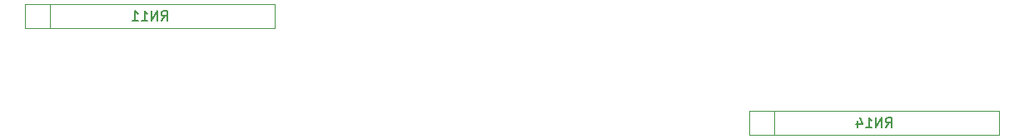
<source format=gbr>
G04 #@! TF.GenerationSoftware,KiCad,Pcbnew,7.0.9*
G04 #@! TF.CreationDate,2024-04-03T04:21:05-05:00*
G04 #@! TF.ProjectId,DG Nova CPU Tester,4447204e-6f76-4612-9043-505520546573,Rev 0*
G04 #@! TF.SameCoordinates,Original*
G04 #@! TF.FileFunction,AssemblyDrawing,Bot*
%FSLAX46Y46*%
G04 Gerber Fmt 4.6, Leading zero omitted, Abs format (unit mm)*
G04 Created by KiCad (PCBNEW 7.0.9) date 2024-04-03 04:21:05*
%MOMM*%
%LPD*%
G01*
G04 APERTURE LIST*
%ADD10C,0.150000*%
%ADD11C,0.100000*%
G04 APERTURE END LIST*
D10*
X223421666Y-28267819D02*
X223754999Y-27791628D01*
X223993094Y-28267819D02*
X223993094Y-27267819D01*
X223993094Y-27267819D02*
X223612142Y-27267819D01*
X223612142Y-27267819D02*
X223516904Y-27315438D01*
X223516904Y-27315438D02*
X223469285Y-27363057D01*
X223469285Y-27363057D02*
X223421666Y-27458295D01*
X223421666Y-27458295D02*
X223421666Y-27601152D01*
X223421666Y-27601152D02*
X223469285Y-27696390D01*
X223469285Y-27696390D02*
X223516904Y-27744009D01*
X223516904Y-27744009D02*
X223612142Y-27791628D01*
X223612142Y-27791628D02*
X223993094Y-27791628D01*
X222993094Y-28267819D02*
X222993094Y-27267819D01*
X222993094Y-27267819D02*
X222421666Y-28267819D01*
X222421666Y-28267819D02*
X222421666Y-27267819D01*
X221421666Y-28267819D02*
X221993094Y-28267819D01*
X221707380Y-28267819D02*
X221707380Y-27267819D01*
X221707380Y-27267819D02*
X221802618Y-27410676D01*
X221802618Y-27410676D02*
X221897856Y-27505914D01*
X221897856Y-27505914D02*
X221993094Y-27553533D01*
X220469285Y-28267819D02*
X221040713Y-28267819D01*
X220754999Y-28267819D02*
X220754999Y-27267819D01*
X220754999Y-27267819D02*
X220850237Y-27410676D01*
X220850237Y-27410676D02*
X220945475Y-27505914D01*
X220945475Y-27505914D02*
X221040713Y-27553533D01*
X297076666Y-39189819D02*
X297409999Y-38713628D01*
X297648094Y-39189819D02*
X297648094Y-38189819D01*
X297648094Y-38189819D02*
X297267142Y-38189819D01*
X297267142Y-38189819D02*
X297171904Y-38237438D01*
X297171904Y-38237438D02*
X297124285Y-38285057D01*
X297124285Y-38285057D02*
X297076666Y-38380295D01*
X297076666Y-38380295D02*
X297076666Y-38523152D01*
X297076666Y-38523152D02*
X297124285Y-38618390D01*
X297124285Y-38618390D02*
X297171904Y-38666009D01*
X297171904Y-38666009D02*
X297267142Y-38713628D01*
X297267142Y-38713628D02*
X297648094Y-38713628D01*
X296648094Y-39189819D02*
X296648094Y-38189819D01*
X296648094Y-38189819D02*
X296076666Y-39189819D01*
X296076666Y-39189819D02*
X296076666Y-38189819D01*
X295076666Y-39189819D02*
X295648094Y-39189819D01*
X295362380Y-39189819D02*
X295362380Y-38189819D01*
X295362380Y-38189819D02*
X295457618Y-38332676D01*
X295457618Y-38332676D02*
X295552856Y-38427914D01*
X295552856Y-38427914D02*
X295648094Y-38475533D01*
X294219523Y-38523152D02*
X294219523Y-39189819D01*
X294457618Y-38142200D02*
X294695713Y-38856485D01*
X294695713Y-38856485D02*
X294076666Y-38856485D01*
D11*
X209535000Y-26563000D02*
X234975000Y-26563000D01*
X209535000Y-29063000D02*
X209535000Y-26563000D01*
X212095000Y-29063000D02*
X212095000Y-26563000D01*
X234975000Y-26563000D02*
X234975000Y-29063000D01*
X234975000Y-29063000D02*
X209535000Y-29063000D01*
X283190000Y-37485000D02*
X308630000Y-37485000D01*
X283190000Y-39985000D02*
X283190000Y-37485000D01*
X285750000Y-39985000D02*
X285750000Y-37485000D01*
X308630000Y-37485000D02*
X308630000Y-39985000D01*
X308630000Y-39985000D02*
X283190000Y-39985000D01*
M02*

</source>
